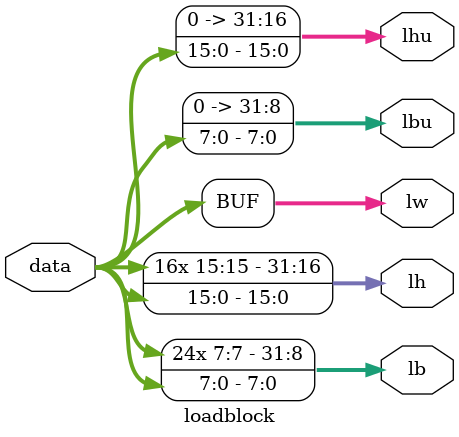
<source format=v>
`timescale 1ns / 1ns

module loadblock(data,lb,lh,lw,lbu,lhu);

input [31:0] data;
output reg [31:0] lb,lh,lw,lbu,lhu;
always@(*)
begin

lb = {data[7],data[7],data[7],data[7],data[7],data[7],data[7],data[7],data[7],data[7],data[7],data[7],data[7],data[7],data[7],data[7],data[7],data[7],data[7],data[7],data[7],data[7],data[7],data[7],data[7:0]};
lh = {data[15],data[15],data[15],data[15],data[15],data[15],data[15],data[15],data[15],data[15],data[15],data[15],data[15],data[15],data[15],data[15],data[15:0]};
lw = data[31:0];
lbu = {24'b0,data[7:0]};
lhu = {16'b0,data[15:0]};

end
endmodule

</source>
